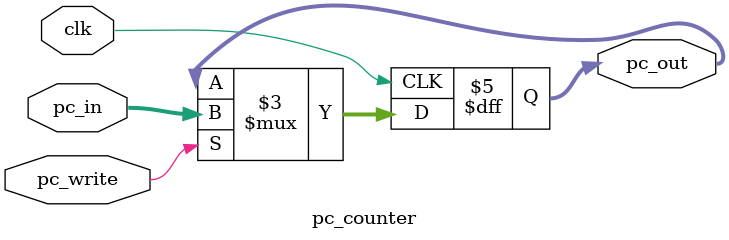
<source format=v>
`timescale 1ns / 1ps


module pc_counter(
input clk,
input [31:0] pc_in,
input pc_write,
output reg [31:0] pc_out
);

initial pc_out = 32'b00;

always @(posedge clk) begin
    if (pc_write)
        pc_out <= pc_in; 
end
endmodule

</source>
